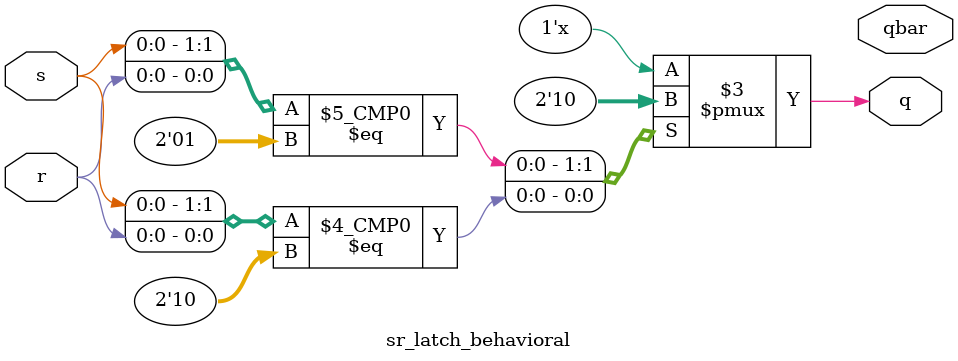
<source format=v>

module sr_latch_gate (
    input       s,          // Inputs
    input       r,          // 
    output      q,          // Output
    output      qbar);      //
    
    // NAND1
    nand (q, s, qbar);

    // NAND2
    nand (qbar, r, q);

endmodule

module sr_latch_dataflow (
    input       s,          // Inputs
    input       r,          // 
    output      q,          // Output
    output      qbar);      //

    // NAND1
    assign q = ~(s & qbar);

    // NAND2
    assign qbar = ~(r & q);

endmodule

module sr_latch_behavioral (
    input       s,          // Inputs
    input       r,          // 
    output reg  q,          // Output
    output      qbar);      //

    always @(*) begin
        case({s,r})
            2'b0_0 : q <= 1'bx;
            2'b0_1 : q <= 1'b1;
            2'b1_0 : q <= 1'b0;
            2'b1_1 : q <= q;
        endcase
    end

endmodule

</source>
